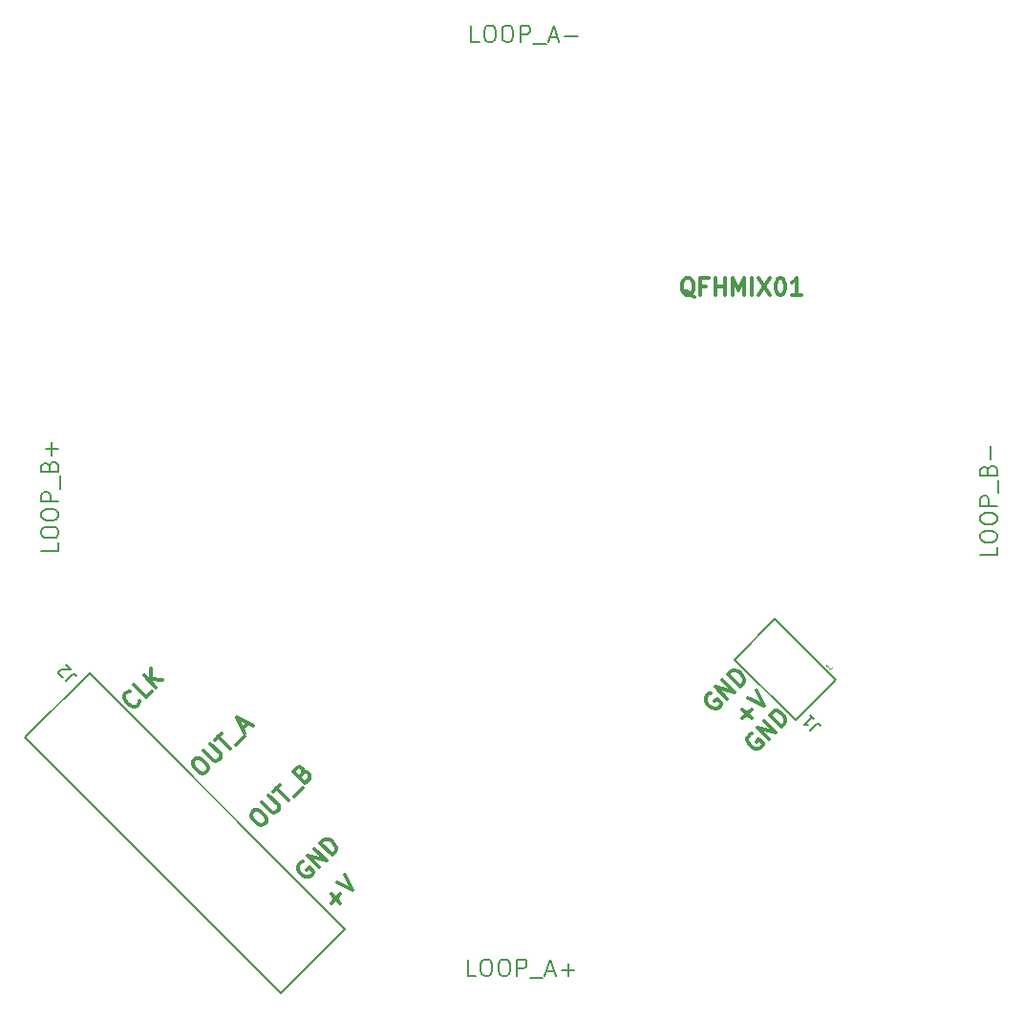
<source format=gbr>
G04 #@! TF.GenerationSoftware,KiCad,Pcbnew,5.99.0-unknown-43001cae3~104~ubuntu18.04.1*
G04 #@! TF.CreationDate,2020-11-12T23:28:15+01:00*
G04 #@! TF.ProjectId,QFHMIX01C,5146484d-4958-4303-9143-2e6b69636164,REV 0.2*
G04 #@! TF.SameCoordinates,Original*
G04 #@! TF.FileFunction,Legend,Top*
G04 #@! TF.FilePolarity,Positive*
%FSLAX45Y45*%
G04 Gerber Fmt 4.5, Leading zero omitted, Abs format (unit mm)*
G04 Created by KiCad (PCBNEW 5.99.0-unknown-43001cae3~104~ubuntu18.04.1) date 2020-11-12 23:28:15*
%MOMM*%
%LPD*%
G01*
G04 APERTURE LIST*
%ADD10C,0.300000*%
%ADD11C,0.200000*%
%ADD12C,0.150000*%
%ADD13C,0.050000*%
G04 APERTURE END LIST*
D10*
X16991713Y-10933439D02*
X17072525Y-10852627D01*
X17072525Y-10933439D02*
X16991713Y-10852627D01*
X17042221Y-10751612D02*
X17183642Y-10822322D01*
X17112931Y-10680901D01*
X17076155Y-11067779D02*
X17061002Y-11072830D01*
X17045850Y-11087982D01*
X17035749Y-11108185D01*
X17035749Y-11128388D01*
X17040799Y-11143541D01*
X17055952Y-11168794D01*
X17071104Y-11183947D01*
X17096358Y-11199099D01*
X17111510Y-11204150D01*
X17131713Y-11204150D01*
X17151916Y-11194048D01*
X17162018Y-11183947D01*
X17172119Y-11163744D01*
X17172119Y-11153642D01*
X17136764Y-11118287D01*
X17116561Y-11138490D01*
X17227678Y-11118287D02*
X17121612Y-11012221D01*
X17288287Y-11057678D01*
X17182221Y-10951612D01*
X17338794Y-11007170D02*
X17232728Y-10901104D01*
X17257982Y-10875850D01*
X17278185Y-10865749D01*
X17298388Y-10865749D01*
X17313541Y-10870799D01*
X17338794Y-10885952D01*
X17353947Y-10901104D01*
X17369099Y-10926358D01*
X17374150Y-10941510D01*
X17374150Y-10961713D01*
X17364048Y-10981916D01*
X17338794Y-11007170D01*
X16706155Y-10707779D02*
X16691002Y-10712830D01*
X16675850Y-10727982D01*
X16665749Y-10748185D01*
X16665749Y-10768388D01*
X16670799Y-10783541D01*
X16685952Y-10808794D01*
X16701104Y-10823947D01*
X16726358Y-10839099D01*
X16741510Y-10844150D01*
X16761713Y-10844150D01*
X16781916Y-10834048D01*
X16792018Y-10823947D01*
X16802119Y-10803744D01*
X16802119Y-10793642D01*
X16766764Y-10758287D01*
X16746561Y-10778490D01*
X16857678Y-10758287D02*
X16751612Y-10652221D01*
X16918287Y-10697678D01*
X16812221Y-10591612D01*
X16968794Y-10647170D02*
X16862728Y-10541104D01*
X16887982Y-10515850D01*
X16908185Y-10505749D01*
X16928388Y-10505749D01*
X16943541Y-10510799D01*
X16968794Y-10525952D01*
X16983947Y-10541104D01*
X16999099Y-10566358D01*
X17004150Y-10581510D01*
X17004150Y-10601713D01*
X16994048Y-10621916D01*
X16968794Y-10647170D01*
X13091155Y-12202779D02*
X13076002Y-12207830D01*
X13060850Y-12222982D01*
X13050749Y-12243185D01*
X13050749Y-12263388D01*
X13055799Y-12278541D01*
X13070952Y-12303794D01*
X13086104Y-12318947D01*
X13111358Y-12334099D01*
X13126510Y-12339150D01*
X13146713Y-12339150D01*
X13166916Y-12329048D01*
X13177018Y-12318947D01*
X13187119Y-12298744D01*
X13187119Y-12288642D01*
X13151764Y-12253287D01*
X13131561Y-12273490D01*
X13242678Y-12253287D02*
X13136612Y-12147221D01*
X13303287Y-12192678D01*
X13197221Y-12086612D01*
X13353794Y-12142170D02*
X13247728Y-12036104D01*
X13272982Y-12010850D01*
X13293185Y-12000749D01*
X13313388Y-12000749D01*
X13328541Y-12005799D01*
X13353794Y-12020952D01*
X13368947Y-12036104D01*
X13384099Y-12061358D01*
X13389150Y-12076510D01*
X13389150Y-12096713D01*
X13379048Y-12116916D01*
X13353794Y-12142170D01*
X13346713Y-12568439D02*
X13427525Y-12487627D01*
X13427525Y-12568439D02*
X13346713Y-12487627D01*
X13397221Y-12386612D02*
X13538642Y-12457322D01*
X13467931Y-12315901D01*
X11649746Y-10776015D02*
X11649746Y-10786117D01*
X11639645Y-10806320D01*
X11629543Y-10816421D01*
X11609340Y-10826523D01*
X11589137Y-10826523D01*
X11573985Y-10821472D01*
X11548731Y-10806320D01*
X11533579Y-10791168D01*
X11518426Y-10765914D01*
X11513375Y-10750761D01*
X11513375Y-10730558D01*
X11523477Y-10710355D01*
X11533579Y-10700254D01*
X11553782Y-10690152D01*
X11563883Y-10690152D01*
X11755812Y-10690152D02*
X11705304Y-10740660D01*
X11599238Y-10634594D01*
X11791167Y-10654797D02*
X11685101Y-10548731D01*
X11851777Y-10594188D02*
X11745711Y-10579036D01*
X11745711Y-10488122D02*
X11745711Y-10609340D01*
X12642411Y-11766421D02*
X12662614Y-11746218D01*
X12677766Y-11741167D01*
X12697969Y-11741167D01*
X12723223Y-11756320D01*
X12758579Y-11791675D01*
X12773731Y-11816929D01*
X12773731Y-11837132D01*
X12768680Y-11852284D01*
X12748477Y-11872487D01*
X12733325Y-11877538D01*
X12713122Y-11877538D01*
X12687868Y-11862386D01*
X12652513Y-11827030D01*
X12637360Y-11801777D01*
X12637360Y-11781574D01*
X12642411Y-11766421D01*
X12733325Y-11675508D02*
X12819188Y-11761370D01*
X12834340Y-11766421D01*
X12844442Y-11766421D01*
X12859594Y-11761370D01*
X12879797Y-11741167D01*
X12884848Y-11726015D01*
X12884848Y-11715914D01*
X12879797Y-11700761D01*
X12793934Y-11614898D01*
X12829289Y-11579543D02*
X12889898Y-11518934D01*
X12965660Y-11655304D02*
X12859594Y-11549238D01*
X13016167Y-11625000D02*
X13096980Y-11544188D01*
X13091929Y-11417919D02*
X13112132Y-11407817D01*
X13122233Y-11407817D01*
X13137386Y-11412868D01*
X13152538Y-11428020D01*
X13157589Y-11443172D01*
X13157589Y-11453274D01*
X13152538Y-11468426D01*
X13112132Y-11508832D01*
X13006066Y-11402766D01*
X13041421Y-11367411D01*
X13056574Y-11362360D01*
X13066675Y-11362360D01*
X13081827Y-11367411D01*
X13091929Y-11377513D01*
X13096980Y-11392665D01*
X13096980Y-11402766D01*
X13091929Y-11417919D01*
X13056574Y-11453274D01*
X16563571Y-7192143D02*
X16549286Y-7185000D01*
X16535000Y-7170714D01*
X16513571Y-7149286D01*
X16499286Y-7142143D01*
X16485000Y-7142143D01*
X16492143Y-7177857D02*
X16477857Y-7170714D01*
X16463571Y-7156428D01*
X16456428Y-7127857D01*
X16456428Y-7077857D01*
X16463571Y-7049286D01*
X16477857Y-7035000D01*
X16492143Y-7027857D01*
X16520714Y-7027857D01*
X16535000Y-7035000D01*
X16549286Y-7049286D01*
X16556428Y-7077857D01*
X16556428Y-7127857D01*
X16549286Y-7156428D01*
X16535000Y-7170714D01*
X16520714Y-7177857D01*
X16492143Y-7177857D01*
X16670714Y-7099286D02*
X16620714Y-7099286D01*
X16620714Y-7177857D02*
X16620714Y-7027857D01*
X16692143Y-7027857D01*
X16749286Y-7177857D02*
X16749286Y-7027857D01*
X16749286Y-7099286D02*
X16835000Y-7099286D01*
X16835000Y-7177857D02*
X16835000Y-7027857D01*
X16906429Y-7177857D02*
X16906429Y-7027857D01*
X16956429Y-7135000D01*
X17006429Y-7027857D01*
X17006429Y-7177857D01*
X17077857Y-7177857D02*
X17077857Y-7027857D01*
X17135000Y-7027857D02*
X17235000Y-7177857D01*
X17235000Y-7027857D02*
X17135000Y-7177857D01*
X17320714Y-7027857D02*
X17335000Y-7027857D01*
X17349286Y-7035000D01*
X17356429Y-7042143D01*
X17363571Y-7056428D01*
X17370714Y-7085000D01*
X17370714Y-7120714D01*
X17363571Y-7149286D01*
X17356429Y-7163571D01*
X17349286Y-7170714D01*
X17335000Y-7177857D01*
X17320714Y-7177857D01*
X17306429Y-7170714D01*
X17299286Y-7163571D01*
X17292143Y-7149286D01*
X17285000Y-7120714D01*
X17285000Y-7085000D01*
X17292143Y-7056428D01*
X17299286Y-7042143D01*
X17306429Y-7035000D01*
X17320714Y-7027857D01*
X17513571Y-7177857D02*
X17427857Y-7177857D01*
X17470714Y-7177857D02*
X17470714Y-7027857D01*
X17456429Y-7049286D01*
X17442143Y-7063571D01*
X17427857Y-7070714D01*
X12124987Y-11308845D02*
X12145190Y-11288642D01*
X12160342Y-11283591D01*
X12180546Y-11283591D01*
X12205799Y-11298744D01*
X12241155Y-11334099D01*
X12256307Y-11359353D01*
X12256307Y-11379556D01*
X12251256Y-11394708D01*
X12231053Y-11414911D01*
X12215901Y-11419962D01*
X12195698Y-11419962D01*
X12170444Y-11404810D01*
X12135089Y-11369454D01*
X12119936Y-11344200D01*
X12119936Y-11323997D01*
X12124987Y-11308845D01*
X12215901Y-11217931D02*
X12301764Y-11303794D01*
X12316916Y-11308845D01*
X12327018Y-11308845D01*
X12342170Y-11303794D01*
X12362373Y-11283591D01*
X12367424Y-11268439D01*
X12367424Y-11258337D01*
X12362373Y-11243185D01*
X12276510Y-11157322D01*
X12311865Y-11121967D02*
X12372475Y-11061358D01*
X12448236Y-11197728D02*
X12342170Y-11091662D01*
X12498744Y-11167424D02*
X12579556Y-11086612D01*
X12559353Y-11026002D02*
X12609860Y-10975495D01*
X12579556Y-11066409D02*
X12508845Y-10924987D01*
X12650266Y-10995698D01*
D11*
X14660000Y-4937857D02*
X14588571Y-4937857D01*
X14588571Y-4787857D01*
X14738571Y-4787857D02*
X14767143Y-4787857D01*
X14781428Y-4795000D01*
X14795714Y-4809286D01*
X14802857Y-4837857D01*
X14802857Y-4887857D01*
X14795714Y-4916429D01*
X14781428Y-4930714D01*
X14767143Y-4937857D01*
X14738571Y-4937857D01*
X14724286Y-4930714D01*
X14710000Y-4916429D01*
X14702857Y-4887857D01*
X14702857Y-4837857D01*
X14710000Y-4809286D01*
X14724286Y-4795000D01*
X14738571Y-4787857D01*
X14895714Y-4787857D02*
X14924286Y-4787857D01*
X14938571Y-4795000D01*
X14952857Y-4809286D01*
X14960000Y-4837857D01*
X14960000Y-4887857D01*
X14952857Y-4916429D01*
X14938571Y-4930714D01*
X14924286Y-4937857D01*
X14895714Y-4937857D01*
X14881428Y-4930714D01*
X14867143Y-4916429D01*
X14860000Y-4887857D01*
X14860000Y-4837857D01*
X14867143Y-4809286D01*
X14881428Y-4795000D01*
X14895714Y-4787857D01*
X15024286Y-4937857D02*
X15024286Y-4787857D01*
X15081428Y-4787857D01*
X15095714Y-4795000D01*
X15102857Y-4802143D01*
X15110000Y-4816429D01*
X15110000Y-4837857D01*
X15102857Y-4852143D01*
X15095714Y-4859286D01*
X15081428Y-4866429D01*
X15024286Y-4866429D01*
X15138571Y-4952143D02*
X15252857Y-4952143D01*
X15281428Y-4895000D02*
X15352857Y-4895000D01*
X15267143Y-4937857D02*
X15317143Y-4787857D01*
X15367143Y-4937857D01*
X15417143Y-4880714D02*
X15531428Y-4880714D01*
X10927857Y-9375714D02*
X10927857Y-9447143D01*
X10777857Y-9447143D01*
X10777857Y-9297143D02*
X10777857Y-9268571D01*
X10785000Y-9254286D01*
X10799286Y-9240000D01*
X10827857Y-9232857D01*
X10877857Y-9232857D01*
X10906429Y-9240000D01*
X10920714Y-9254286D01*
X10927857Y-9268571D01*
X10927857Y-9297143D01*
X10920714Y-9311429D01*
X10906429Y-9325714D01*
X10877857Y-9332857D01*
X10827857Y-9332857D01*
X10799286Y-9325714D01*
X10785000Y-9311429D01*
X10777857Y-9297143D01*
X10777857Y-9140000D02*
X10777857Y-9111429D01*
X10785000Y-9097143D01*
X10799286Y-9082857D01*
X10827857Y-9075714D01*
X10877857Y-9075714D01*
X10906429Y-9082857D01*
X10920714Y-9097143D01*
X10927857Y-9111429D01*
X10927857Y-9140000D01*
X10920714Y-9154286D01*
X10906429Y-9168571D01*
X10877857Y-9175714D01*
X10827857Y-9175714D01*
X10799286Y-9168571D01*
X10785000Y-9154286D01*
X10777857Y-9140000D01*
X10927857Y-9011429D02*
X10777857Y-9011429D01*
X10777857Y-8954286D01*
X10785000Y-8940000D01*
X10792143Y-8932857D01*
X10806429Y-8925714D01*
X10827857Y-8925714D01*
X10842143Y-8932857D01*
X10849286Y-8940000D01*
X10856429Y-8954286D01*
X10856429Y-9011429D01*
X10942143Y-8897143D02*
X10942143Y-8782857D01*
X10849286Y-8697143D02*
X10856429Y-8675714D01*
X10863571Y-8668571D01*
X10877857Y-8661429D01*
X10899286Y-8661429D01*
X10913571Y-8668571D01*
X10920714Y-8675714D01*
X10927857Y-8690000D01*
X10927857Y-8747143D01*
X10777857Y-8747143D01*
X10777857Y-8697143D01*
X10785000Y-8682857D01*
X10792143Y-8675714D01*
X10806429Y-8668571D01*
X10820714Y-8668571D01*
X10835000Y-8675714D01*
X10842143Y-8682857D01*
X10849286Y-8697143D01*
X10849286Y-8747143D01*
X10870714Y-8597143D02*
X10870714Y-8482857D01*
X10927857Y-8540000D02*
X10813571Y-8540000D01*
X19247857Y-9410714D02*
X19247857Y-9482143D01*
X19097857Y-9482143D01*
X19097857Y-9332143D02*
X19097857Y-9303571D01*
X19105000Y-9289286D01*
X19119286Y-9275000D01*
X19147857Y-9267857D01*
X19197857Y-9267857D01*
X19226429Y-9275000D01*
X19240714Y-9289286D01*
X19247857Y-9303571D01*
X19247857Y-9332143D01*
X19240714Y-9346429D01*
X19226429Y-9360714D01*
X19197857Y-9367857D01*
X19147857Y-9367857D01*
X19119286Y-9360714D01*
X19105000Y-9346429D01*
X19097857Y-9332143D01*
X19097857Y-9175000D02*
X19097857Y-9146429D01*
X19105000Y-9132143D01*
X19119286Y-9117857D01*
X19147857Y-9110714D01*
X19197857Y-9110714D01*
X19226429Y-9117857D01*
X19240714Y-9132143D01*
X19247857Y-9146429D01*
X19247857Y-9175000D01*
X19240714Y-9189286D01*
X19226429Y-9203571D01*
X19197857Y-9210714D01*
X19147857Y-9210714D01*
X19119286Y-9203571D01*
X19105000Y-9189286D01*
X19097857Y-9175000D01*
X19247857Y-9046429D02*
X19097857Y-9046429D01*
X19097857Y-8989286D01*
X19105000Y-8975000D01*
X19112143Y-8967857D01*
X19126429Y-8960714D01*
X19147857Y-8960714D01*
X19162143Y-8967857D01*
X19169286Y-8975000D01*
X19176429Y-8989286D01*
X19176429Y-9046429D01*
X19262143Y-8932143D02*
X19262143Y-8817857D01*
X19169286Y-8732143D02*
X19176429Y-8710714D01*
X19183571Y-8703571D01*
X19197857Y-8696429D01*
X19219286Y-8696429D01*
X19233571Y-8703571D01*
X19240714Y-8710714D01*
X19247857Y-8725000D01*
X19247857Y-8782143D01*
X19097857Y-8782143D01*
X19097857Y-8732143D01*
X19105000Y-8717857D01*
X19112143Y-8710714D01*
X19126429Y-8703571D01*
X19140714Y-8703571D01*
X19155000Y-8710714D01*
X19162143Y-8717857D01*
X19169286Y-8732143D01*
X19169286Y-8782143D01*
X19190714Y-8632143D02*
X19190714Y-8517857D01*
X14630000Y-13217857D02*
X14558571Y-13217857D01*
X14558571Y-13067857D01*
X14708571Y-13067857D02*
X14737143Y-13067857D01*
X14751428Y-13075000D01*
X14765714Y-13089286D01*
X14772857Y-13117857D01*
X14772857Y-13167857D01*
X14765714Y-13196428D01*
X14751428Y-13210714D01*
X14737143Y-13217857D01*
X14708571Y-13217857D01*
X14694286Y-13210714D01*
X14680000Y-13196428D01*
X14672857Y-13167857D01*
X14672857Y-13117857D01*
X14680000Y-13089286D01*
X14694286Y-13075000D01*
X14708571Y-13067857D01*
X14865714Y-13067857D02*
X14894286Y-13067857D01*
X14908571Y-13075000D01*
X14922857Y-13089286D01*
X14930000Y-13117857D01*
X14930000Y-13167857D01*
X14922857Y-13196428D01*
X14908571Y-13210714D01*
X14894286Y-13217857D01*
X14865714Y-13217857D01*
X14851428Y-13210714D01*
X14837143Y-13196428D01*
X14830000Y-13167857D01*
X14830000Y-13117857D01*
X14837143Y-13089286D01*
X14851428Y-13075000D01*
X14865714Y-13067857D01*
X14994286Y-13217857D02*
X14994286Y-13067857D01*
X15051428Y-13067857D01*
X15065714Y-13075000D01*
X15072857Y-13082143D01*
X15080000Y-13096428D01*
X15080000Y-13117857D01*
X15072857Y-13132143D01*
X15065714Y-13139286D01*
X15051428Y-13146428D01*
X14994286Y-13146428D01*
X15108571Y-13232143D02*
X15222857Y-13232143D01*
X15251428Y-13175000D02*
X15322857Y-13175000D01*
X15237143Y-13217857D02*
X15287143Y-13067857D01*
X15337143Y-13217857D01*
X15387143Y-13160714D02*
X15501428Y-13160714D01*
X15444286Y-13217857D02*
X15444286Y-13103571D01*
D12*
X10991339Y-10599364D02*
X11041846Y-10548856D01*
X11055315Y-10542122D01*
X11068784Y-10542122D01*
X11082252Y-10548856D01*
X11088987Y-10555591D01*
X10967768Y-10562325D02*
X10961034Y-10562325D01*
X10950933Y-10558958D01*
X10934097Y-10542122D01*
X10930730Y-10532020D01*
X10930730Y-10525286D01*
X10934097Y-10515184D01*
X10940831Y-10508450D01*
X10954300Y-10501716D01*
X11035112Y-10501716D01*
X10991339Y-10457942D01*
X17587221Y-11041438D02*
X17637729Y-10990930D01*
X17651198Y-10984196D01*
X17664666Y-10984196D01*
X17678135Y-10990930D01*
X17684869Y-10997664D01*
X17587221Y-10900016D02*
X17627628Y-10940422D01*
X17607424Y-10920219D02*
X17536714Y-10990930D01*
X17553550Y-10987563D01*
X17567018Y-10987563D01*
X17577120Y-10990930D01*
D13*
X17782247Y-10478952D02*
X17762044Y-10499155D01*
X17772145Y-10489053D02*
X17736790Y-10453698D01*
X17738473Y-10462116D01*
X17738473Y-10468850D01*
X17736790Y-10473901D01*
D12*
X11202886Y-10534372D02*
X13465628Y-12797114D01*
X10634372Y-11102886D02*
X11202886Y-10534372D01*
X12897114Y-13365628D02*
X10634372Y-11102886D01*
X12897114Y-13365628D02*
X13465628Y-12797114D01*
X17280197Y-10050987D02*
X17819013Y-10589803D01*
X17459803Y-10949013D02*
X16920987Y-10410197D01*
X16920987Y-10410197D02*
X17280197Y-10050987D01*
X17819013Y-10589803D02*
X17459803Y-10949013D01*
M02*

</source>
